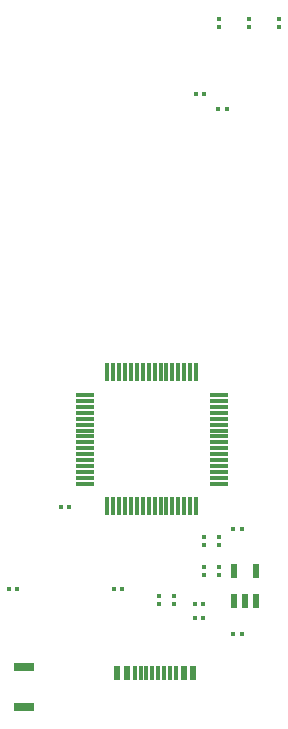
<source format=gbr>
%TF.GenerationSoftware,KiCad,Pcbnew,7.0.7*%
%TF.CreationDate,2023-09-22T09:56:36+09:00*%
%TF.ProjectId,STM32F103_dev_board,53544d33-3246-4313-9033-5f6465765f62,1.0*%
%TF.SameCoordinates,Original*%
%TF.FileFunction,Paste,Top*%
%TF.FilePolarity,Positive*%
%FSLAX46Y46*%
G04 Gerber Fmt 4.6, Leading zero omitted, Abs format (unit mm)*
G04 Created by KiCad (PCBNEW 7.0.7) date 2023-09-22 09:56:36*
%MOMM*%
%LPD*%
G01*
G04 APERTURE LIST*
G04 Aperture macros list*
%AMRoundRect*
0 Rectangle with rounded corners*
0 $1 Rounding radius*
0 $2 $3 $4 $5 $6 $7 $8 $9 X,Y pos of 4 corners*
0 Add a 4 corners polygon primitive as box body*
4,1,4,$2,$3,$4,$5,$6,$7,$8,$9,$2,$3,0*
0 Add four circle primitives for the rounded corners*
1,1,$1+$1,$2,$3*
1,1,$1+$1,$4,$5*
1,1,$1+$1,$6,$7*
1,1,$1+$1,$8,$9*
0 Add four rect primitives between the rounded corners*
20,1,$1+$1,$2,$3,$4,$5,0*
20,1,$1+$1,$4,$5,$6,$7,0*
20,1,$1+$1,$6,$7,$8,$9,0*
20,1,$1+$1,$8,$9,$2,$3,0*%
G04 Aperture macros list end*
%ADD10R,0.600000X1.250000*%
%ADD11R,0.300000X1.250000*%
%ADD12R,0.600000X1.200000*%
%ADD13RoundRect,0.079500X0.079500X0.100500X-0.079500X0.100500X-0.079500X-0.100500X0.079500X-0.100500X0*%
%ADD14RoundRect,0.079500X-0.100500X0.079500X-0.100500X-0.079500X0.100500X-0.079500X0.100500X0.079500X0*%
%ADD15R,1.700000X0.800000*%
%ADD16RoundRect,0.079500X-0.079500X-0.100500X0.079500X-0.100500X0.079500X0.100500X-0.079500X0.100500X0*%
%ADD17RoundRect,0.075000X-0.700000X-0.075000X0.700000X-0.075000X0.700000X0.075000X-0.700000X0.075000X0*%
%ADD18RoundRect,0.075000X-0.075000X-0.700000X0.075000X-0.700000X0.075000X0.700000X-0.075000X0.700000X0*%
%ADD19RoundRect,0.079500X0.100500X-0.079500X0.100500X0.079500X-0.100500X0.079500X-0.100500X-0.079500X0*%
G04 APERTURE END LIST*
D10*
%TO.C,J6*%
X142558000Y-133482000D03*
X143358000Y-133482000D03*
D11*
X144508000Y-133482000D03*
X145508000Y-133482000D03*
X146008000Y-133482000D03*
X147008000Y-133482000D03*
D10*
X148158000Y-133482000D03*
X148958000Y-133482000D03*
D11*
X147508000Y-133482000D03*
X146508000Y-133482000D03*
X145008000Y-133482000D03*
X144008000Y-133482000D03*
%TD*%
D12*
%TO.C,IC1*%
X152405000Y-127341000D03*
X153355000Y-127341000D03*
X154305000Y-127341000D03*
X154305000Y-124841000D03*
X152405000Y-124841000D03*
%TD*%
D13*
%TO.C,C4*%
X153065000Y-130120000D03*
X152375000Y-130120000D03*
%TD*%
D14*
%TO.C,R6*%
X151130000Y-121895000D03*
X151130000Y-122585000D03*
%TD*%
D15*
%TO.C,S1*%
X134620000Y-132920000D03*
X134620000Y-136320000D03*
%TD*%
D13*
%TO.C,C3*%
X151795000Y-85670000D03*
X151105000Y-85670000D03*
%TD*%
D14*
%TO.C,R12*%
X149908867Y-121908198D03*
X149908867Y-122598198D03*
%TD*%
%TO.C,D1*%
X151130000Y-124435000D03*
X151130000Y-125125000D03*
%TD*%
D13*
%TO.C,R5*%
X142940000Y-126310000D03*
X142250000Y-126310000D03*
%TD*%
D16*
%TO.C,C10*%
X137740000Y-119380000D03*
X138430000Y-119380000D03*
%TD*%
D13*
%TO.C,R1*%
X149824000Y-128778000D03*
X149134000Y-128778000D03*
%TD*%
D14*
%TO.C,D2*%
X149908845Y-124444661D03*
X149908845Y-125134661D03*
%TD*%
D13*
%TO.C,R4*%
X134040000Y-126310000D03*
X133350000Y-126310000D03*
%TD*%
D17*
%TO.C,U1*%
X139780000Y-109920000D03*
X139780000Y-110420000D03*
X139780000Y-110920000D03*
X139780000Y-111420000D03*
X139780000Y-111920000D03*
X139780000Y-112420000D03*
X139780000Y-112920000D03*
X139780000Y-113420000D03*
X139780000Y-113920000D03*
X139780000Y-114420000D03*
X139780000Y-114920000D03*
X139780000Y-115420000D03*
X139780000Y-115920000D03*
X139780000Y-116420000D03*
X139780000Y-116920000D03*
X139780000Y-117420000D03*
D18*
X141705000Y-119345000D03*
X142205000Y-119345000D03*
X142705000Y-119345000D03*
X143205000Y-119345000D03*
X143705000Y-119345000D03*
X144205000Y-119345000D03*
X144705000Y-119345000D03*
X145205000Y-119345000D03*
X145705000Y-119345000D03*
X146205000Y-119345000D03*
X146705000Y-119345000D03*
X147205000Y-119345000D03*
X147705000Y-119345000D03*
X148205000Y-119345000D03*
X148705000Y-119345000D03*
X149205000Y-119345000D03*
D17*
X151130000Y-117420000D03*
X151130000Y-116920000D03*
X151130000Y-116420000D03*
X151130000Y-115920000D03*
X151130000Y-115420000D03*
X151130000Y-114920000D03*
X151130000Y-114420000D03*
X151130000Y-113920000D03*
X151130000Y-113420000D03*
X151130000Y-112920000D03*
X151130000Y-112420000D03*
X151130000Y-111920000D03*
X151130000Y-111420000D03*
X151130000Y-110920000D03*
X151130000Y-110420000D03*
X151130000Y-109920000D03*
D18*
X149205000Y-107995000D03*
X148705000Y-107995000D03*
X148205000Y-107995000D03*
X147705000Y-107995000D03*
X147205000Y-107995000D03*
X146705000Y-107995000D03*
X146205000Y-107995000D03*
X145705000Y-107995000D03*
X145205000Y-107995000D03*
X144705000Y-107995000D03*
X144205000Y-107995000D03*
X143705000Y-107995000D03*
X143205000Y-107995000D03*
X142705000Y-107995000D03*
X142205000Y-107995000D03*
X141705000Y-107995000D03*
%TD*%
D19*
%TO.C,R7*%
X147320000Y-127599000D03*
X147320000Y-126909000D03*
%TD*%
D13*
%TO.C,C6*%
X153065000Y-121230000D03*
X152375000Y-121230000D03*
%TD*%
%TO.C,C2*%
X149885000Y-84400000D03*
X149195000Y-84400000D03*
%TD*%
D14*
%TO.C,R10*%
X151130000Y-78050000D03*
X151130000Y-78740000D03*
%TD*%
%TO.C,R9*%
X156210000Y-78050000D03*
X156210000Y-78740000D03*
%TD*%
%TO.C,R11*%
X153670000Y-78050000D03*
X153670000Y-78740000D03*
%TD*%
D19*
%TO.C,R3*%
X146050000Y-127599000D03*
X146050000Y-126909000D03*
%TD*%
D13*
%TO.C,R2*%
X149824000Y-127635000D03*
X149134000Y-127635000D03*
%TD*%
M02*

</source>
